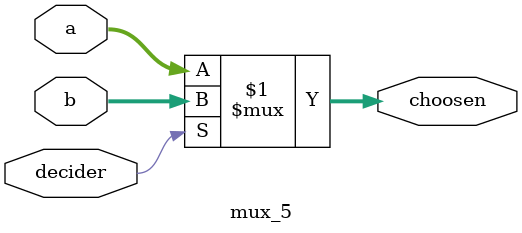
<source format=v>
module mux_5 (input [4:0] a, b, input decider, output [4:0] choosen);
	assign choosen = decider ? b : a;
endmodule
</source>
